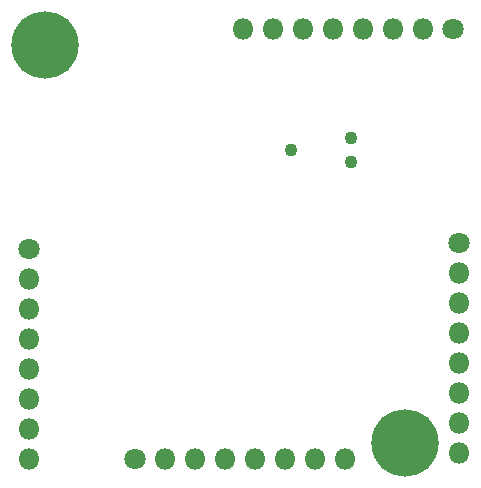
<source format=gbs>
%TF.GenerationSoftware,KiCad,Pcbnew,(7.0.0)*%
%TF.CreationDate,2023-02-19T00:42:14-05:00*%
%TF.ProjectId,CANBoard,43414e42-6f61-4726-942e-6b696361645f,v1*%
%TF.SameCoordinates,Original*%
%TF.FileFunction,Soldermask,Bot*%
%TF.FilePolarity,Negative*%
%FSLAX46Y46*%
G04 Gerber Fmt 4.6, Leading zero omitted, Abs format (unit mm)*
G04 Created by KiCad (PCBNEW (7.0.0)) date 2023-02-19 00:42:14*
%MOMM*%
%LPD*%
G01*
G04 APERTURE LIST*
%ADD10C,1.090600*%
%ADD11O,1.800000X1.800000*%
%ADD12C,1.800000*%
%ADD13C,5.700000*%
G04 APERTURE END LIST*
D10*
X141986000Y-75057000D03*
X147066000Y-74041000D03*
X147066000Y-76073000D03*
D11*
X146557999Y-101218999D03*
X144017999Y-101218999D03*
X141477999Y-101218999D03*
X138937999Y-101218999D03*
X136397999Y-101218999D03*
X133857999Y-101218999D03*
X131317999Y-101218999D03*
D12*
X128778000Y-101219000D03*
D13*
X151638000Y-99822000D03*
X121158000Y-66167000D03*
D11*
X137921999Y-64769999D03*
X140461999Y-64769999D03*
X143001999Y-64769999D03*
X145541999Y-64769999D03*
X148081999Y-64769999D03*
X150621999Y-64769999D03*
X153161999Y-64769999D03*
D12*
X155702000Y-64770000D03*
D11*
X156209999Y-100710999D03*
X156209999Y-98170999D03*
X156209999Y-95630999D03*
X156209999Y-93090999D03*
X156209999Y-90550999D03*
X156209999Y-88010999D03*
X156209999Y-85470999D03*
D12*
X156210000Y-82931000D03*
D11*
X119760999Y-101218999D03*
X119760999Y-98678999D03*
X119760999Y-96138999D03*
X119760999Y-93598999D03*
X119760999Y-91058999D03*
X119760999Y-88518999D03*
X119760999Y-85978999D03*
D12*
X119761000Y-83439000D03*
M02*

</source>
